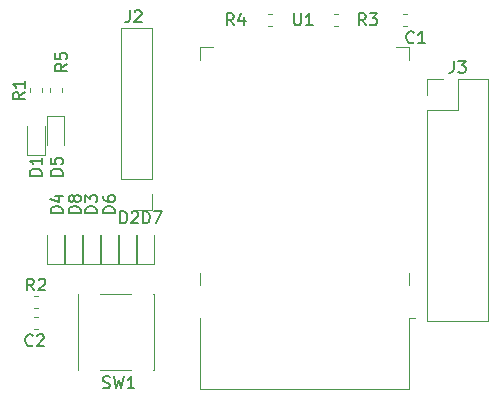
<source format=gbr>
G04 #@! TF.GenerationSoftware,KiCad,Pcbnew,(5.1.2)-2*
G04 #@! TF.CreationDate,2019-12-12T19:30:32+01:00*
G04 #@! TF.ProjectId,KernadouDomoPiloteDinCPU,4b65726e-6164-46f7-9544-6f6d6f50696c,rev?*
G04 #@! TF.SameCoordinates,Original*
G04 #@! TF.FileFunction,Legend,Top*
G04 #@! TF.FilePolarity,Positive*
%FSLAX46Y46*%
G04 Gerber Fmt 4.6, Leading zero omitted, Abs format (unit mm)*
G04 Created by KiCad (PCBNEW (5.1.2)-2) date 2019-12-12 19:30:32*
%MOMM*%
%LPD*%
G04 APERTURE LIST*
%ADD10C,0.120000*%
%ADD11C,0.150000*%
G04 APERTURE END LIST*
D10*
X123678000Y-72144000D02*
X123678000Y-73264000D01*
X123678000Y-72144000D02*
X122528000Y-72144000D01*
X105938000Y-72144000D02*
X105938000Y-73264000D01*
X105938000Y-72144000D02*
X107088000Y-72144000D01*
X105938000Y-92314000D02*
X105938000Y-91274000D01*
X123678000Y-92314000D02*
X123678000Y-91274000D01*
X105938000Y-101084000D02*
X105938000Y-95104000D01*
X105938000Y-101084000D02*
X123678000Y-101084000D01*
X123678000Y-101084000D02*
X123678000Y-95104000D01*
X123678000Y-95104000D02*
X124178000Y-95104000D01*
X95985000Y-90560000D02*
X95985000Y-88100000D01*
X94515000Y-90560000D02*
X95985000Y-90560000D01*
X94515000Y-88100000D02*
X94515000Y-90560000D01*
X102081000Y-90546000D02*
X102081000Y-88086000D01*
X100611000Y-90546000D02*
X102081000Y-90546000D01*
X100611000Y-88086000D02*
X100611000Y-90546000D01*
X99033000Y-90560000D02*
X99033000Y-88100000D01*
X97563000Y-90560000D02*
X99033000Y-90560000D01*
X97563000Y-88100000D02*
X97563000Y-90560000D01*
X91340000Y-78829000D02*
X91340000Y-81289000D01*
X91340000Y-81289000D02*
X92810000Y-81289000D01*
X92810000Y-81289000D02*
X92810000Y-78829000D01*
X91565000Y-75990267D02*
X91565000Y-75647733D01*
X92585000Y-75990267D02*
X92585000Y-75647733D01*
X91889733Y-94236000D02*
X92232267Y-94236000D01*
X91889733Y-93216000D02*
X92232267Y-93216000D01*
X117317733Y-70360000D02*
X117660267Y-70360000D01*
X117317733Y-69340000D02*
X117660267Y-69340000D01*
X111701733Y-69340000D02*
X112044267Y-69340000D01*
X111701733Y-70360000D02*
X112044267Y-70360000D01*
X93216000Y-75990267D02*
X93216000Y-75647733D01*
X94236000Y-75990267D02*
X94236000Y-75647733D01*
X102036000Y-99496000D02*
X102006000Y-99496000D01*
X95576000Y-99496000D02*
X95606000Y-99496000D01*
X95576000Y-93036000D02*
X95606000Y-93036000D01*
X102006000Y-93036000D02*
X102036000Y-93036000D01*
X100106000Y-99496000D02*
X97506000Y-99496000D01*
X102036000Y-93036000D02*
X102036000Y-99496000D01*
X100106000Y-93036000D02*
X97506000Y-93036000D01*
X95576000Y-93036000D02*
X95576000Y-99496000D01*
X123502267Y-69340000D02*
X123159733Y-69340000D01*
X123502267Y-70360000D02*
X123159733Y-70360000D01*
X91917733Y-94994000D02*
X92260267Y-94994000D01*
X91917733Y-96014000D02*
X92260267Y-96014000D01*
X99087000Y-88100000D02*
X99087000Y-90560000D01*
X99087000Y-90560000D02*
X100557000Y-90560000D01*
X100557000Y-90560000D02*
X100557000Y-88100000D01*
X97509000Y-90546000D02*
X97509000Y-88086000D01*
X96039000Y-90546000D02*
X97509000Y-90546000D01*
X96039000Y-88086000D02*
X96039000Y-90546000D01*
X92991000Y-88100000D02*
X92991000Y-90560000D01*
X92991000Y-90560000D02*
X94461000Y-90560000D01*
X94461000Y-90560000D02*
X94461000Y-88100000D01*
X92991000Y-77969000D02*
X92991000Y-80429000D01*
X94461000Y-77969000D02*
X92991000Y-77969000D01*
X94461000Y-80429000D02*
X94461000Y-77969000D01*
X101914000Y-70552000D02*
X99254000Y-70552000D01*
X101914000Y-83312000D02*
X101914000Y-70552000D01*
X99254000Y-83312000D02*
X99254000Y-70552000D01*
X101914000Y-83312000D02*
X99254000Y-83312000D01*
X101914000Y-84582000D02*
X101914000Y-85912000D01*
X101914000Y-85912000D02*
X100584000Y-85912000D01*
X125162000Y-95310000D02*
X130362000Y-95310000D01*
X125162000Y-77470000D02*
X125162000Y-95310000D01*
X130362000Y-74870000D02*
X130362000Y-95310000D01*
X125162000Y-77470000D02*
X127762000Y-77470000D01*
X127762000Y-77470000D02*
X127762000Y-74870000D01*
X127762000Y-74870000D02*
X130362000Y-74870000D01*
X125162000Y-76200000D02*
X125162000Y-74870000D01*
X125162000Y-74870000D02*
X126492000Y-74870000D01*
D11*
X113919095Y-69302380D02*
X113919095Y-70111904D01*
X113966714Y-70207142D01*
X114014333Y-70254761D01*
X114109571Y-70302380D01*
X114300047Y-70302380D01*
X114395285Y-70254761D01*
X114442904Y-70207142D01*
X114490523Y-70111904D01*
X114490523Y-69302380D01*
X115490523Y-70302380D02*
X114919095Y-70302380D01*
X115204809Y-70302380D02*
X115204809Y-69302380D01*
X115109571Y-69445238D01*
X115014333Y-69540476D01*
X114919095Y-69588095D01*
X95829380Y-86209095D02*
X94829380Y-86209095D01*
X94829380Y-85971000D01*
X94877000Y-85828142D01*
X94972238Y-85732904D01*
X95067476Y-85685285D01*
X95257952Y-85637666D01*
X95400809Y-85637666D01*
X95591285Y-85685285D01*
X95686523Y-85732904D01*
X95781761Y-85828142D01*
X95829380Y-85971000D01*
X95829380Y-86209095D01*
X95257952Y-85066238D02*
X95210333Y-85161476D01*
X95162714Y-85209095D01*
X95067476Y-85256714D01*
X95019857Y-85256714D01*
X94924619Y-85209095D01*
X94877000Y-85161476D01*
X94829380Y-85066238D01*
X94829380Y-84875761D01*
X94877000Y-84780523D01*
X94924619Y-84732904D01*
X95019857Y-84685285D01*
X95067476Y-84685285D01*
X95162714Y-84732904D01*
X95210333Y-84780523D01*
X95257952Y-84875761D01*
X95257952Y-85066238D01*
X95305571Y-85161476D01*
X95353190Y-85209095D01*
X95448428Y-85256714D01*
X95638904Y-85256714D01*
X95734142Y-85209095D01*
X95781761Y-85161476D01*
X95829380Y-85066238D01*
X95829380Y-84875761D01*
X95781761Y-84780523D01*
X95734142Y-84732904D01*
X95638904Y-84685285D01*
X95448428Y-84685285D01*
X95353190Y-84732904D01*
X95305571Y-84780523D01*
X95257952Y-84875761D01*
X101115904Y-87066380D02*
X101115904Y-86066380D01*
X101354000Y-86066380D01*
X101496857Y-86114000D01*
X101592095Y-86209238D01*
X101639714Y-86304476D01*
X101687333Y-86494952D01*
X101687333Y-86637809D01*
X101639714Y-86828285D01*
X101592095Y-86923523D01*
X101496857Y-87018761D01*
X101354000Y-87066380D01*
X101115904Y-87066380D01*
X102020666Y-86066380D02*
X102687333Y-86066380D01*
X102258761Y-87066380D01*
X98750380Y-86209095D02*
X97750380Y-86209095D01*
X97750380Y-85971000D01*
X97798000Y-85828142D01*
X97893238Y-85732904D01*
X97988476Y-85685285D01*
X98178952Y-85637666D01*
X98321809Y-85637666D01*
X98512285Y-85685285D01*
X98607523Y-85732904D01*
X98702761Y-85828142D01*
X98750380Y-85971000D01*
X98750380Y-86209095D01*
X97750380Y-84780523D02*
X97750380Y-84971000D01*
X97798000Y-85066238D01*
X97845619Y-85113857D01*
X97988476Y-85209095D01*
X98178952Y-85256714D01*
X98559904Y-85256714D01*
X98655142Y-85209095D01*
X98702761Y-85161476D01*
X98750380Y-85066238D01*
X98750380Y-84875761D01*
X98702761Y-84780523D01*
X98655142Y-84732904D01*
X98559904Y-84685285D01*
X98321809Y-84685285D01*
X98226571Y-84732904D01*
X98178952Y-84780523D01*
X98131333Y-84875761D01*
X98131333Y-85066238D01*
X98178952Y-85161476D01*
X98226571Y-85209095D01*
X98321809Y-85256714D01*
X92527380Y-83034095D02*
X91527380Y-83034095D01*
X91527380Y-82796000D01*
X91575000Y-82653142D01*
X91670238Y-82557904D01*
X91765476Y-82510285D01*
X91955952Y-82462666D01*
X92098809Y-82462666D01*
X92289285Y-82510285D01*
X92384523Y-82557904D01*
X92479761Y-82653142D01*
X92527380Y-82796000D01*
X92527380Y-83034095D01*
X92527380Y-81510285D02*
X92527380Y-82081714D01*
X92527380Y-81796000D02*
X91527380Y-81796000D01*
X91670238Y-81891238D01*
X91765476Y-81986476D01*
X91813095Y-82081714D01*
X91097380Y-75985666D02*
X90621190Y-76319000D01*
X91097380Y-76557095D02*
X90097380Y-76557095D01*
X90097380Y-76176142D01*
X90145000Y-76080904D01*
X90192619Y-76033285D01*
X90287857Y-75985666D01*
X90430714Y-75985666D01*
X90525952Y-76033285D01*
X90573571Y-76080904D01*
X90621190Y-76176142D01*
X90621190Y-76557095D01*
X91097380Y-75033285D02*
X91097380Y-75604714D01*
X91097380Y-75319000D02*
X90097380Y-75319000D01*
X90240238Y-75414238D01*
X90335476Y-75509476D01*
X90383095Y-75604714D01*
X91894333Y-92748380D02*
X91561000Y-92272190D01*
X91322904Y-92748380D02*
X91322904Y-91748380D01*
X91703857Y-91748380D01*
X91799095Y-91796000D01*
X91846714Y-91843619D01*
X91894333Y-91938857D01*
X91894333Y-92081714D01*
X91846714Y-92176952D01*
X91799095Y-92224571D01*
X91703857Y-92272190D01*
X91322904Y-92272190D01*
X92275285Y-91843619D02*
X92322904Y-91796000D01*
X92418142Y-91748380D01*
X92656238Y-91748380D01*
X92751476Y-91796000D01*
X92799095Y-91843619D01*
X92846714Y-91938857D01*
X92846714Y-92034095D01*
X92799095Y-92176952D01*
X92227666Y-92748380D01*
X92846714Y-92748380D01*
X119975333Y-70302380D02*
X119642000Y-69826190D01*
X119403904Y-70302380D02*
X119403904Y-69302380D01*
X119784857Y-69302380D01*
X119880095Y-69350000D01*
X119927714Y-69397619D01*
X119975333Y-69492857D01*
X119975333Y-69635714D01*
X119927714Y-69730952D01*
X119880095Y-69778571D01*
X119784857Y-69826190D01*
X119403904Y-69826190D01*
X120308666Y-69302380D02*
X120927714Y-69302380D01*
X120594380Y-69683333D01*
X120737238Y-69683333D01*
X120832476Y-69730952D01*
X120880095Y-69778571D01*
X120927714Y-69873809D01*
X120927714Y-70111904D01*
X120880095Y-70207142D01*
X120832476Y-70254761D01*
X120737238Y-70302380D01*
X120451523Y-70302380D01*
X120356285Y-70254761D01*
X120308666Y-70207142D01*
X108799333Y-70302380D02*
X108466000Y-69826190D01*
X108227904Y-70302380D02*
X108227904Y-69302380D01*
X108608857Y-69302380D01*
X108704095Y-69350000D01*
X108751714Y-69397619D01*
X108799333Y-69492857D01*
X108799333Y-69635714D01*
X108751714Y-69730952D01*
X108704095Y-69778571D01*
X108608857Y-69826190D01*
X108227904Y-69826190D01*
X109656476Y-69635714D02*
X109656476Y-70302380D01*
X109418380Y-69254761D02*
X109180285Y-69969047D01*
X109799333Y-69969047D01*
X94686380Y-73572666D02*
X94210190Y-73906000D01*
X94686380Y-74144095D02*
X93686380Y-74144095D01*
X93686380Y-73763142D01*
X93734000Y-73667904D01*
X93781619Y-73620285D01*
X93876857Y-73572666D01*
X94019714Y-73572666D01*
X94114952Y-73620285D01*
X94162571Y-73667904D01*
X94210190Y-73763142D01*
X94210190Y-74144095D01*
X93686380Y-72667904D02*
X93686380Y-73144095D01*
X94162571Y-73191714D01*
X94114952Y-73144095D01*
X94067333Y-73048857D01*
X94067333Y-72810761D01*
X94114952Y-72715523D01*
X94162571Y-72667904D01*
X94257809Y-72620285D01*
X94495904Y-72620285D01*
X94591142Y-72667904D01*
X94638761Y-72715523D01*
X94686380Y-72810761D01*
X94686380Y-73048857D01*
X94638761Y-73144095D01*
X94591142Y-73191714D01*
X97726666Y-100988761D02*
X97869523Y-101036380D01*
X98107619Y-101036380D01*
X98202857Y-100988761D01*
X98250476Y-100941142D01*
X98298095Y-100845904D01*
X98298095Y-100750666D01*
X98250476Y-100655428D01*
X98202857Y-100607809D01*
X98107619Y-100560190D01*
X97917142Y-100512571D01*
X97821904Y-100464952D01*
X97774285Y-100417333D01*
X97726666Y-100322095D01*
X97726666Y-100226857D01*
X97774285Y-100131619D01*
X97821904Y-100084000D01*
X97917142Y-100036380D01*
X98155238Y-100036380D01*
X98298095Y-100084000D01*
X98631428Y-100036380D02*
X98869523Y-101036380D01*
X99060000Y-100322095D01*
X99250476Y-101036380D01*
X99488571Y-100036380D01*
X100393333Y-101036380D02*
X99821904Y-101036380D01*
X100107619Y-101036380D02*
X100107619Y-100036380D01*
X100012380Y-100179238D01*
X99917142Y-100274476D01*
X99821904Y-100322095D01*
X124039333Y-71731142D02*
X123991714Y-71778761D01*
X123848857Y-71826380D01*
X123753619Y-71826380D01*
X123610761Y-71778761D01*
X123515523Y-71683523D01*
X123467904Y-71588285D01*
X123420285Y-71397809D01*
X123420285Y-71254952D01*
X123467904Y-71064476D01*
X123515523Y-70969238D01*
X123610761Y-70874000D01*
X123753619Y-70826380D01*
X123848857Y-70826380D01*
X123991714Y-70874000D01*
X124039333Y-70921619D01*
X124991714Y-71826380D02*
X124420285Y-71826380D01*
X124706000Y-71826380D02*
X124706000Y-70826380D01*
X124610761Y-70969238D01*
X124515523Y-71064476D01*
X124420285Y-71112095D01*
X91781333Y-97385142D02*
X91733714Y-97432761D01*
X91590857Y-97480380D01*
X91495619Y-97480380D01*
X91352761Y-97432761D01*
X91257523Y-97337523D01*
X91209904Y-97242285D01*
X91162285Y-97051809D01*
X91162285Y-96908952D01*
X91209904Y-96718476D01*
X91257523Y-96623238D01*
X91352761Y-96528000D01*
X91495619Y-96480380D01*
X91590857Y-96480380D01*
X91733714Y-96528000D01*
X91781333Y-96575619D01*
X92162285Y-96575619D02*
X92209904Y-96528000D01*
X92305142Y-96480380D01*
X92543238Y-96480380D01*
X92638476Y-96528000D01*
X92686095Y-96575619D01*
X92733714Y-96670857D01*
X92733714Y-96766095D01*
X92686095Y-96908952D01*
X92114666Y-97480380D01*
X92733714Y-97480380D01*
X99210904Y-87066380D02*
X99210904Y-86066380D01*
X99449000Y-86066380D01*
X99591857Y-86114000D01*
X99687095Y-86209238D01*
X99734714Y-86304476D01*
X99782333Y-86494952D01*
X99782333Y-86637809D01*
X99734714Y-86828285D01*
X99687095Y-86923523D01*
X99591857Y-87018761D01*
X99449000Y-87066380D01*
X99210904Y-87066380D01*
X100163285Y-86161619D02*
X100210904Y-86114000D01*
X100306142Y-86066380D01*
X100544238Y-86066380D01*
X100639476Y-86114000D01*
X100687095Y-86161619D01*
X100734714Y-86256857D01*
X100734714Y-86352095D01*
X100687095Y-86494952D01*
X100115666Y-87066380D01*
X100734714Y-87066380D01*
X97226380Y-86209095D02*
X96226380Y-86209095D01*
X96226380Y-85971000D01*
X96274000Y-85828142D01*
X96369238Y-85732904D01*
X96464476Y-85685285D01*
X96654952Y-85637666D01*
X96797809Y-85637666D01*
X96988285Y-85685285D01*
X97083523Y-85732904D01*
X97178761Y-85828142D01*
X97226380Y-85971000D01*
X97226380Y-86209095D01*
X96226380Y-85304333D02*
X96226380Y-84685285D01*
X96607333Y-85018619D01*
X96607333Y-84875761D01*
X96654952Y-84780523D01*
X96702571Y-84732904D01*
X96797809Y-84685285D01*
X97035904Y-84685285D01*
X97131142Y-84732904D01*
X97178761Y-84780523D01*
X97226380Y-84875761D01*
X97226380Y-85161476D01*
X97178761Y-85256714D01*
X97131142Y-85304333D01*
X94305380Y-86209095D02*
X93305380Y-86209095D01*
X93305380Y-85971000D01*
X93353000Y-85828142D01*
X93448238Y-85732904D01*
X93543476Y-85685285D01*
X93733952Y-85637666D01*
X93876809Y-85637666D01*
X94067285Y-85685285D01*
X94162523Y-85732904D01*
X94257761Y-85828142D01*
X94305380Y-85971000D01*
X94305380Y-86209095D01*
X93638714Y-84780523D02*
X94305380Y-84780523D01*
X93257761Y-85018619D02*
X93972047Y-85256714D01*
X93972047Y-84637666D01*
X94305380Y-83034095D02*
X93305380Y-83034095D01*
X93305380Y-82796000D01*
X93353000Y-82653142D01*
X93448238Y-82557904D01*
X93543476Y-82510285D01*
X93733952Y-82462666D01*
X93876809Y-82462666D01*
X94067285Y-82510285D01*
X94162523Y-82557904D01*
X94257761Y-82653142D01*
X94305380Y-82796000D01*
X94305380Y-83034095D01*
X93305380Y-81557904D02*
X93305380Y-82034095D01*
X93781571Y-82081714D01*
X93733952Y-82034095D01*
X93686333Y-81938857D01*
X93686333Y-81700761D01*
X93733952Y-81605523D01*
X93781571Y-81557904D01*
X93876809Y-81510285D01*
X94114904Y-81510285D01*
X94210142Y-81557904D01*
X94257761Y-81605523D01*
X94305380Y-81700761D01*
X94305380Y-81938857D01*
X94257761Y-82034095D01*
X94210142Y-82081714D01*
X99996666Y-69048380D02*
X99996666Y-69762666D01*
X99949047Y-69905523D01*
X99853809Y-70000761D01*
X99710952Y-70048380D01*
X99615714Y-70048380D01*
X100425238Y-69143619D02*
X100472857Y-69096000D01*
X100568095Y-69048380D01*
X100806190Y-69048380D01*
X100901428Y-69096000D01*
X100949047Y-69143619D01*
X100996666Y-69238857D01*
X100996666Y-69334095D01*
X100949047Y-69476952D01*
X100377619Y-70048380D01*
X100996666Y-70048380D01*
X127428666Y-73322380D02*
X127428666Y-74036666D01*
X127381047Y-74179523D01*
X127285809Y-74274761D01*
X127142952Y-74322380D01*
X127047714Y-74322380D01*
X127809619Y-73322380D02*
X128428666Y-73322380D01*
X128095333Y-73703333D01*
X128238190Y-73703333D01*
X128333428Y-73750952D01*
X128381047Y-73798571D01*
X128428666Y-73893809D01*
X128428666Y-74131904D01*
X128381047Y-74227142D01*
X128333428Y-74274761D01*
X128238190Y-74322380D01*
X127952476Y-74322380D01*
X127857238Y-74274761D01*
X127809619Y-74227142D01*
M02*

</source>
